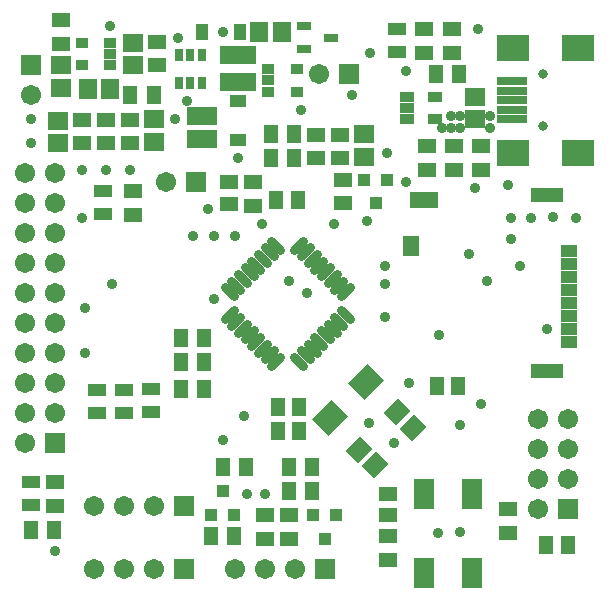
<source format=gts>
G04 Layer_Color=8388736*
%FSLAX25Y25*%
%MOIN*%
G70*
G01*
G75*
%ADD49R,0.04934X0.03162*%
%ADD50R,0.05603X0.04383*%
%ADD51R,0.06312X0.04934*%
%ADD52R,0.06312X0.04540*%
%ADD53R,0.03950X0.04343*%
%ADD54R,0.04934X0.06312*%
G04:AMPARAMS|DCode=55|XSize=93mil|YSize=78.87mil|CornerRadius=0mil|HoleSize=0mil|Usage=FLASHONLY|Rotation=45.000|XOffset=0mil|YOffset=0mil|HoleType=Round|Shape=Rectangle|*
%AMROTATEDRECTD55*
4,1,4,-0.00500,-0.06076,-0.06076,-0.00500,0.00500,0.06076,0.06076,0.00500,-0.00500,-0.06076,0.0*
%
%ADD55ROTATEDRECTD55*%

%ADD56R,0.06706X0.09855*%
%ADD57R,0.05682X0.03950*%
%ADD58R,0.10642X0.04737*%
%ADD59R,0.09461X0.05328*%
%ADD60R,0.05328X0.06706*%
%ADD61R,0.10642X0.08674*%
%ADD62R,0.09855X0.02768*%
%ADD63R,0.04540X0.06312*%
%ADD64R,0.06312X0.04343*%
%ADD65R,0.03162X0.04343*%
%ADD66R,0.04343X0.03359*%
G04:AMPARAMS|DCode=67|XSize=29.65mil|YSize=72.96mil|CornerRadius=0mil|HoleSize=0mil|Usage=FLASHONLY|Rotation=225.000|XOffset=0mil|YOffset=0mil|HoleType=Round|Shape=Round|*
%AMOVALD67*
21,1,0.04331,0.02965,0.00000,0.00000,315.0*
1,1,0.02965,-0.01531,0.01531*
1,1,0.02965,0.01531,-0.01531*
%
%ADD67OVALD67*%

G04:AMPARAMS|DCode=68|XSize=29.65mil|YSize=72.96mil|CornerRadius=0mil|HoleSize=0mil|Usage=FLASHONLY|Rotation=135.000|XOffset=0mil|YOffset=0mil|HoleType=Round|Shape=Round|*
%AMOVALD68*
21,1,0.04331,0.02965,0.00000,0.00000,225.0*
1,1,0.02965,0.01531,0.01531*
1,1,0.02965,-0.01531,-0.01531*
%
%ADD68OVALD68*%

%ADD69R,0.09855X0.06312*%
%ADD70R,0.12300X0.06312*%
%ADD71R,0.04383X0.05603*%
%ADD72R,0.06706X0.05918*%
%ADD73R,0.05918X0.06706*%
G04:AMPARAMS|DCode=74|XSize=67.06mil|YSize=59.18mil|CornerRadius=0mil|HoleSize=0mil|Usage=FLASHONLY|Rotation=225.000|XOffset=0mil|YOffset=0mil|HoleType=Round|Shape=Rectangle|*
%AMROTATEDRECTD74*
4,1,4,0.00278,0.04463,0.04463,0.00278,-0.00278,-0.04463,-0.04463,-0.00278,0.00278,0.04463,0.0*
%
%ADD74ROTATEDRECTD74*%

%ADD75R,0.05131X0.03359*%
%ADD76R,0.06706X0.06706*%
%ADD77C,0.06706*%
%ADD78C,0.03162*%
%ADD79R,0.06706X0.06706*%
%ADD80C,0.03556*%
D49*
X98480Y190800D02*
D03*
Y183320D02*
D03*
X107535Y187060D02*
D03*
D50*
X76480Y152926D02*
D03*
Y165800D02*
D03*
D51*
X73480Y131713D02*
D03*
Y138800D02*
D03*
X126480Y27902D02*
D03*
Y34989D02*
D03*
D52*
X81480Y130926D02*
D03*
Y138800D02*
D03*
X111480Y131800D02*
D03*
Y139674D02*
D03*
X126480Y20737D02*
D03*
Y12863D02*
D03*
X166480Y29800D02*
D03*
Y21926D02*
D03*
X147980Y181926D02*
D03*
Y189800D02*
D03*
X138480Y181926D02*
D03*
Y189800D02*
D03*
X93480Y19863D02*
D03*
Y27737D02*
D03*
X85480Y19863D02*
D03*
Y27737D02*
D03*
X24480Y159674D02*
D03*
Y151800D02*
D03*
X32480Y159674D02*
D03*
Y151800D02*
D03*
X40480Y159674D02*
D03*
Y151800D02*
D03*
X41480Y127926D02*
D03*
Y135800D02*
D03*
X49480Y177800D02*
D03*
Y185674D02*
D03*
X17480Y192737D02*
D03*
Y184863D02*
D03*
X15480Y30926D02*
D03*
Y38800D02*
D03*
X102480Y146800D02*
D03*
Y154674D02*
D03*
X110480Y146800D02*
D03*
Y154674D02*
D03*
X139480Y142863D02*
D03*
Y150737D02*
D03*
X148480D02*
D03*
Y142863D02*
D03*
X157480Y150737D02*
D03*
Y142863D02*
D03*
D53*
X122480Y131800D02*
D03*
X118740Y139674D02*
D03*
X126220D02*
D03*
X105480Y19863D02*
D03*
X101740Y27737D02*
D03*
X109220D02*
D03*
X71480Y35737D02*
D03*
X75220Y27863D02*
D03*
X67740D02*
D03*
D54*
X96480Y132800D02*
D03*
X89393D02*
D03*
X150023Y70800D02*
D03*
X142937D02*
D03*
X186480Y17800D02*
D03*
X179393D02*
D03*
X89937Y63800D02*
D03*
X97023D02*
D03*
X89937Y55800D02*
D03*
X97023D02*
D03*
D55*
X119365Y72185D02*
D03*
X107395Y60215D02*
D03*
D56*
X138480Y8611D02*
D03*
Y34989D02*
D03*
X154480Y8611D02*
D03*
Y34989D02*
D03*
D57*
X186882Y85564D02*
D03*
Y89894D02*
D03*
Y94225D02*
D03*
Y98556D02*
D03*
Y102887D02*
D03*
Y107217D02*
D03*
Y111548D02*
D03*
Y115879D02*
D03*
D58*
X179480Y134461D02*
D03*
Y75800D02*
D03*
D59*
X138732Y132887D02*
D03*
D60*
X134401Y117611D02*
D03*
D61*
X190027Y183619D02*
D03*
Y148579D02*
D03*
X168374D02*
D03*
Y183619D02*
D03*
D62*
X167980Y159800D02*
D03*
Y162949D02*
D03*
Y166099D02*
D03*
Y169249D02*
D03*
Y172398D02*
D03*
D63*
X150354Y174800D02*
D03*
X142480D02*
D03*
X101417Y35800D02*
D03*
X93543D02*
D03*
Y43800D02*
D03*
X101417D02*
D03*
X79417D02*
D03*
X71543D02*
D03*
X67543Y20800D02*
D03*
X75417D02*
D03*
X65417Y69800D02*
D03*
X57543D02*
D03*
X65417Y78800D02*
D03*
X57543D02*
D03*
X65417Y86800D02*
D03*
X57543D02*
D03*
X40606Y167800D02*
D03*
X48480D02*
D03*
X7543Y22800D02*
D03*
X15417D02*
D03*
X87480Y154800D02*
D03*
X95354D02*
D03*
Y146800D02*
D03*
X87480D02*
D03*
D64*
X129480Y189800D02*
D03*
Y182320D02*
D03*
X47480Y69800D02*
D03*
Y62320D02*
D03*
X38480Y69540D02*
D03*
Y62060D02*
D03*
X29480Y69540D02*
D03*
Y62060D02*
D03*
X31480Y135800D02*
D03*
Y128320D02*
D03*
X7480Y38800D02*
D03*
Y31320D02*
D03*
D65*
X57000Y171800D02*
D03*
X60740D02*
D03*
X64480D02*
D03*
Y181249D02*
D03*
X60740D02*
D03*
X57000D02*
D03*
D66*
X33929Y177800D02*
D03*
Y181540D02*
D03*
Y185280D02*
D03*
X24480D02*
D03*
Y177800D02*
D03*
X96204Y176540D02*
D03*
Y169060D02*
D03*
X86756D02*
D03*
Y172800D02*
D03*
Y176540D02*
D03*
D67*
X97044Y78873D02*
D03*
X99271Y81100D02*
D03*
X101498Y83328D02*
D03*
X103725Y85555D02*
D03*
X105953Y87782D02*
D03*
X108180Y90009D02*
D03*
X110407Y92236D02*
D03*
X112634Y94463D02*
D03*
X89388Y117708D02*
D03*
X87161Y115481D02*
D03*
X84934Y113254D02*
D03*
X82707Y111027D02*
D03*
X80480Y108800D02*
D03*
X78253Y106573D02*
D03*
X76026Y104346D02*
D03*
X73799Y102119D02*
D03*
D68*
X112634D02*
D03*
X110407Y104346D02*
D03*
X108180Y106573D02*
D03*
X105953Y108800D02*
D03*
X103725Y111027D02*
D03*
X101498Y113254D02*
D03*
X99271Y115481D02*
D03*
X97044Y117708D02*
D03*
X73799Y94463D02*
D03*
X76026Y92236D02*
D03*
X78253Y90009D02*
D03*
X80480Y87782D02*
D03*
X82707Y85555D02*
D03*
X84934Y83328D02*
D03*
X87161Y81100D02*
D03*
X89388Y78873D02*
D03*
D69*
X64480Y160800D02*
D03*
Y153123D02*
D03*
D70*
X76480Y172272D02*
D03*
Y181328D02*
D03*
D71*
X77354Y188800D02*
D03*
X64480D02*
D03*
D72*
X16480Y159280D02*
D03*
Y151800D02*
D03*
X48480Y159800D02*
D03*
Y152320D02*
D03*
X17480Y170320D02*
D03*
Y177800D02*
D03*
X41480D02*
D03*
Y185280D02*
D03*
X118480Y147320D02*
D03*
Y154800D02*
D03*
X155480Y167280D02*
D03*
Y159800D02*
D03*
D73*
X26480Y169800D02*
D03*
X33960D02*
D03*
X91220Y188800D02*
D03*
X83740D02*
D03*
D74*
X134852Y56928D02*
D03*
X129562Y62218D02*
D03*
X122352Y44428D02*
D03*
X117062Y49718D02*
D03*
D75*
X142429Y167280D02*
D03*
Y159800D02*
D03*
X132980D02*
D03*
Y163540D02*
D03*
Y167280D02*
D03*
D76*
X186480Y29800D02*
D03*
X15480Y51800D02*
D03*
X7480Y177800D02*
D03*
D77*
X176480Y29800D02*
D03*
X186480Y39800D02*
D03*
X176480D02*
D03*
X186480Y49800D02*
D03*
X176480D02*
D03*
X186480Y59800D02*
D03*
X176480D02*
D03*
X48480Y30800D02*
D03*
X38480D02*
D03*
X28480D02*
D03*
X48480Y9800D02*
D03*
X38480D02*
D03*
X28480D02*
D03*
X95480D02*
D03*
X85480D02*
D03*
X75480D02*
D03*
X52480Y138800D02*
D03*
X5480Y141800D02*
D03*
X15480D02*
D03*
X5480Y131800D02*
D03*
X15480D02*
D03*
X5480Y121800D02*
D03*
X15480D02*
D03*
X5480Y111800D02*
D03*
X15480D02*
D03*
X5480Y101800D02*
D03*
X15480D02*
D03*
X5480Y91800D02*
D03*
X15480D02*
D03*
X5480Y81800D02*
D03*
X15480D02*
D03*
X5480Y71800D02*
D03*
X15480D02*
D03*
X5480Y61800D02*
D03*
X15480D02*
D03*
X5480Y51800D02*
D03*
X7480Y167800D02*
D03*
X103480Y174800D02*
D03*
D78*
X178216Y174760D02*
D03*
Y157438D02*
D03*
D79*
X58480Y30800D02*
D03*
Y9800D02*
D03*
X105480D02*
D03*
X62480Y138800D02*
D03*
X113480Y174800D02*
D03*
D80*
X34480Y104800D02*
D03*
X97480Y162800D02*
D03*
X114480Y167800D02*
D03*
X119480Y125800D02*
D03*
X132480Y175800D02*
D03*
X59480Y165973D02*
D03*
X189380Y126900D02*
D03*
X181480Y127100D02*
D03*
X174280Y127000D02*
D03*
X167480Y119800D02*
D03*
Y126900D02*
D03*
X166480Y137800D02*
D03*
X150780Y22300D02*
D03*
X143380Y21800D02*
D03*
X120280Y58700D02*
D03*
X7580Y151900D02*
D03*
X7780Y160000D02*
D03*
X132480Y138800D02*
D03*
X143480Y87800D02*
D03*
X15480Y15800D02*
D03*
X93480Y105800D02*
D03*
X78480Y60800D02*
D03*
X133480Y71800D02*
D03*
X99480Y101800D02*
D03*
X85480Y34800D02*
D03*
X84480Y124800D02*
D03*
X157480Y64800D02*
D03*
X179480Y89800D02*
D03*
X68480Y120800D02*
D03*
X75480D02*
D03*
X153480Y114800D02*
D03*
X159480Y105800D02*
D03*
X170480Y110800D02*
D03*
X68480Y99800D02*
D03*
X71480Y52800D02*
D03*
X120480Y181800D02*
D03*
X160480Y160800D02*
D03*
X150480Y156800D02*
D03*
Y160800D02*
D03*
X147480Y156800D02*
D03*
Y160800D02*
D03*
X160480Y156800D02*
D03*
X56480Y186800D02*
D03*
X25480Y81800D02*
D03*
Y96800D02*
D03*
X156480Y189800D02*
D03*
X33929Y190800D02*
D03*
X108480Y124800D02*
D03*
X128480Y51800D02*
D03*
X126220Y148540D02*
D03*
X61480Y120800D02*
D03*
X79480Y34800D02*
D03*
X76480Y146800D02*
D03*
X66480Y129800D02*
D03*
X24480Y142800D02*
D03*
X32480D02*
D03*
X40480D02*
D03*
X24480Y126800D02*
D03*
X125480Y110800D02*
D03*
Y104800D02*
D03*
Y93800D02*
D03*
X155480Y136800D02*
D03*
X150480Y57800D02*
D03*
X55480Y159800D02*
D03*
X71480Y188800D02*
D03*
X144480Y156800D02*
D03*
M02*

</source>
